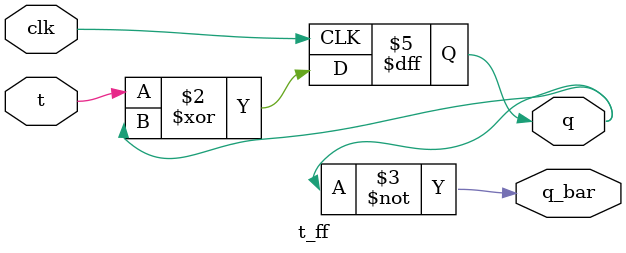
<source format=v>
`timescale 1ns/100ps

module t_ff(input t, input clk, output q, output q_bar);

wire t, clk, q_bar;
reg q;

initial
    q = 0;

always @(posedge clk)
begin
    q <= t ^ q;
    //Cannot assign q_bar here
    //Otw q_bar inverts prev Q not current Q
end

assign q_bar = ~q;

endmodule
</source>
